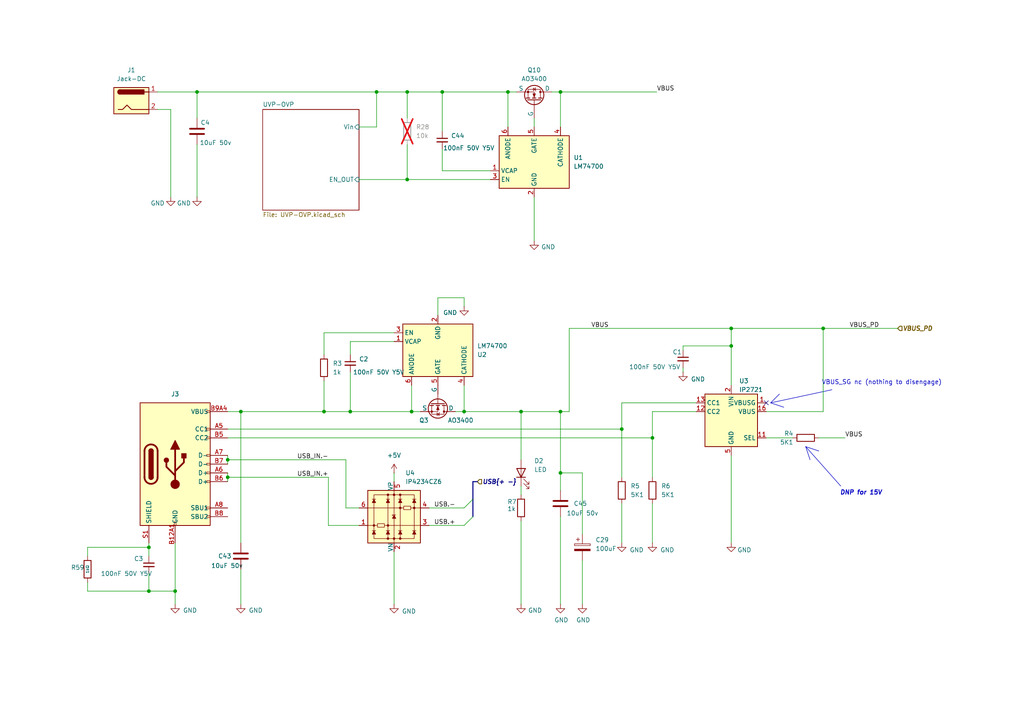
<source format=kicad_sch>
(kicad_sch (version 20231120) (generator "eeschema") (generator_version "8.0")
  (paper "A4")
  (title_block (title "USB") (date "2025-02-04") (rev "A") (company "Artem Horiunov") (comment 1 "DESIGNED IN POLAND"))
  (lib_symbols
    (symbol "Connector:Jack-DC" (pin_names (offset 1.016))
      (property "Reference" "J" (at 0 5.334 0))
      (property "Value" "Jack-DC" (at 0 -5.08 0))
      (symbol "Jack-DC_0_1"
        (rectangle (start -5.08 3.81) (end 5.08 -3.81) (stroke (width 0.254)) (fill (type background)))
        (arc (start -3.302 3.175) (mid -3.9343 2.54) (end -3.302 1.905) (stroke (width 0.254)))
        (arc (start -3.302 3.175) (mid -3.9343 2.54) (end -3.302 1.905) (stroke (width 0.254)) (fill (type outline)))
        (polyline (pts (xy 5.08 2.54) (xy 3.81 2.54)) (stroke (width 0.254)))
        (polyline (pts (xy -3.81 -2.54) (xy -2.54 -2.54) (xy -1.27 -1.27) (xy 0 -2.54) (xy 2.54 -2.54) (xy 5.08 -2.54)) (stroke (width 0.254)))
        (rectangle (start 3.683 3.175) (end -3.302 1.905) (stroke (width 0.254)) (fill (type outline)))
      )
      (symbol "Jack-DC_1_1"
        (pin passive line (at 7.62 2.54 180) (length 2.54) (name "~") (number "1"))
        (pin passive line (at 7.62 -2.54 180) (length 2.54) (name "~") (number "2"))
      )
    )
    (symbol "Device:C" (pin_numbers hide) (pin_names (offset 0.254))
      (property "Reference" "C" (at 0.635 2.54 0))
      (property "Value" "C" (at 0.635 -2.54 0))
      (symbol "C_0_1"
        (polyline (pts (xy -2.032 -0.762) (xy 2.032 -0.762)) (stroke (width 0.508)))
        (polyline (pts (xy -2.032 0.762) (xy 2.032 0.762)) (stroke (width 0.508)))
      )
      (symbol "C_1_1"
        (pin passive line (at 0 3.81 270) (length 2.794) (name "~") (number "1"))
        (pin passive line (at 0 -3.81 90) (length 2.794) (name "~") (number "2"))
      )
    )
    (symbol "Device:C_Polarized" (pin_numbers hide) (pin_names (offset 0.254))
      (property "Reference" "C" (at 0.635 2.54 0))
      (property "Value" "C_Polarized" (at 0.635 -2.54 0))
      (symbol "C_Polarized_0_1"
        (rectangle (start -2.286 0.508) (end 2.286 1.016))
        (polyline (pts (xy -1.778 2.286) (xy -0.762 2.286)))
        (polyline (pts (xy -1.27 2.794) (xy -1.27 1.778)))
        (rectangle (start 2.286 -0.508) (end -2.286 -1.016) (fill (type outline)))
      )
      (symbol "C_Polarized_1_1"
        (pin passive line (at 0 3.81 270) (length 2.794) (name "~") (number "1"))
        (pin passive line (at 0 -3.81 90) (length 2.794) (name "~") (number "2"))
      )
    )
    (symbol "Device:C_Small" (pin_numbers hide) (pin_names (offset 0.254) hide)
      (property "Reference" "C" (at 0.254 1.778 0))
      (property "Value" "C_Small" (at 0.254 -2.032 0))
      (symbol "C_Small_0_1"
        (polyline (pts (xy -1.524 -0.508) (xy 1.524 -0.508)) (stroke (width 0.3302)))
        (polyline (pts (xy -1.524 0.508) (xy 1.524 0.508)) (stroke (width 0.3048)))
      )
      (symbol "C_Small_1_1"
        (pin passive line (at 0 2.54 270) (length 2.032) (name "~") (number "1"))
        (pin passive line (at 0 -2.54 90) (length 2.032) (name "~") (number "2"))
      )
    )
    (symbol "Device:LED" (pin_numbers hide) (pin_names (offset 1.016) hide)
      (property "Reference" "D" (at 0 2.54 0))
      (property "Value" "LED" (at 0 -2.54 0))
      (symbol "LED_0_1"
        (polyline (pts (xy -1.27 -1.27) (xy -1.27 1.27)) (stroke (width 0.254)))
        (polyline (pts (xy -1.27 0) (xy 1.27 0)))
        (polyline (pts (xy 1.27 -1.27) (xy 1.27 1.27) (xy -1.27 0) (xy 1.27 -1.27)) (stroke (width 0.254)))
        (polyline (pts (xy -3.048 -0.762) (xy -4.572 -2.286) (xy -3.81 -2.286) (xy -4.572 -2.286) (xy -4.572 -1.524)))
        (polyline (pts (xy -1.778 -0.762) (xy -3.302 -2.286) (xy -2.54 -2.286) (xy -3.302 -2.286) (xy -3.302 -1.524)))
      )
      (symbol "LED_1_1"
        (pin passive line (at -3.81 0 0) (length 2.54) (name "K") (number "1"))
        (pin passive line (at 3.81 0 180) (length 2.54) (name "A") (number "2"))
      )
    )
    (symbol "Device:R" (pin_numbers hide) (pin_names (offset 0))
      (property "Reference" "R" (at 2.032 0 90))
      (property "Value" "R" (at 0 0 90))
      (symbol "R_0_1"
        (rectangle (start -1.016 -2.54) (end 1.016 2.54) (stroke (width 0.254)))
      )
      (symbol "R_1_1"
        (pin passive line (at 0 3.81 270) (length 1.27) (name "~") (number "1"))
        (pin passive line (at 0 -3.81 90) (length 1.27) (name "~") (number "2"))
      )
    )
    (symbol "Interface_USB:IP2721"
      (property "Reference" "U" (at 5.08 -10.16 0))
      (property "Value" "IP2721" (at 7.62 -12.7 0))
      (symbol "IP2721_0_1"
        (rectangle (start -7.62 7.62) (end 7.62 -7.62) (stroke (width 0.254)) (fill (type background)))
      )
      (symbol "IP2721_1_1"
        (pin output line (at 10.16 5.08 180) (length 2.54) (name "VBUSG") (number "1"))
        (pin no_connect line (at -2.54 -7.62 90) (length 2.54) hide (name "NC") (number "10"))
        (pin input line (at 10.16 -5.08 180) (length 2.54) (name "SEL") (number "11"))
        (pin bidirectional line (at -10.16 2.54 0) (length 2.54) (name "CC2") (number "12"))
        (pin bidirectional line (at -10.16 5.08 0) (length 2.54) (name "CC1") (number "13"))
        (pin no_connect line (at 2.54 -7.62 90) (length 2.54) hide (name "NC") (number "14"))
        (pin no_connect line (at 5.08 -7.62 90) (length 2.54) hide (name "NC") (number "15"))
        (pin input line (at 10.16 2.54 180) (length 2.54) (name "VBUS") (number "16"))
        (pin power_in line (at 0 10.16 270) (length 2.54) (name "VIN") (number "2"))
        (pin no_connect line (at -5.08 7.62 270) (length 2.54) hide (name "NC") (number "3"))
        (pin no_connect line (at -7.62 -2.54 0) (length 2.54) hide (name "NC") (number "4"))
        (pin power_in line (at 0 -10.16 90) (length 2.54) (name "GND") (number "5"))
        (pin no_connect line (at -2.54 7.62 270) (length 2.54) hide (name "NC") (number "6"))
        (pin no_connect line (at 2.54 7.62 270) (length 2.54) hide (name "NC") (number "7"))
        (pin no_connect line (at 5.08 7.62 270) (length 2.54) hide (name "NC") (number "8"))
        (pin no_connect line (at -5.08 -7.62 90) (length 2.54) hide (name "NC") (number "9"))
      )
    )
    (symbol "PCM_JLCPCB-Extended:Connector, USB-TYPE-C-16P"
      (property "Reference" "J" (at 2.54 2.54 0))
      (symbol "Connector, USB-TYPE-C-16P_0_0"
        (rectangle (start -0.254 -17.78) (end 0.254 -16.764))
        (rectangle (start 10.16 -14.986) (end 9.144 -15.494))
        (rectangle (start 10.16 -12.446) (end 9.144 -12.954))
        (rectangle (start 10.16 -4.826) (end 9.144 -5.334))
        (rectangle (start 10.16 -2.286) (end 9.144 -2.794))
        (rectangle (start 10.16 0.254) (end 9.144 -0.254))
        (rectangle (start 10.16 2.794) (end 9.144 2.286))
        (rectangle (start 10.16 7.874) (end 9.144 7.366))
        (rectangle (start 10.16 10.414) (end 9.144 9.906))
        (rectangle (start 10.16 15.494) (end 9.144 14.986))
      )
      (symbol "Connector, USB-TYPE-C-16P_0_1"
        (rectangle (start -10.16 17.78) (end 10.16 -17.78) (stroke (width 0.254)) (fill (type background)))
        (arc (start -8.89 -3.81) (mid -6.985 -5.7067) (end -5.08 -3.81) (stroke (width 0.508)))
        (arc (start -7.62 -3.81) (mid -6.985 -4.4423) (end -6.35 -3.81) (stroke (width 0.254)))
        (arc (start -7.62 -3.81) (mid -6.985 -4.4423) (end -6.35 -3.81) (stroke (width 0.254)) (fill (type outline)))
        (rectangle (start -7.62 -3.81) (end -6.35 3.81) (stroke (width 0.254)) (fill (type outline)))
        (arc (start -6.35 3.81) (mid -6.985 4.4423) (end -7.62 3.81) (stroke (width 0.254)))
        (arc (start -6.35 3.81) (mid -6.985 4.4423) (end -7.62 3.81) (stroke (width 0.254)) (fill (type outline)))
        (arc (start -5.08 3.81) (mid -6.985 5.7067) (end -8.89 3.81) (stroke (width 0.508)))
        (circle (center -2.54 1.143) (radius 0.635) (stroke (width 0.254)) (fill (type outline)))
        (circle (center 0 -5.842) (radius 1.27) (fill (type outline)))
        (polyline (pts (xy -8.89 -3.81) (xy -8.89 3.81)) (stroke (width 0.508)))
        (polyline (pts (xy -5.08 3.81) (xy -5.08 -3.81)) (stroke (width 0.508)))
        (polyline (pts (xy 0 -5.842) (xy 0 4.318)) (stroke (width 0.508)))
        (polyline (pts (xy 0 -3.302) (xy -2.54 -0.762) (xy -2.54 0.508)) (stroke (width 0.508)))
        (polyline (pts (xy 0 -2.032) (xy 2.54 0.508) (xy 2.54 1.778)) (stroke (width 0.508)))
        (polyline (pts (xy -1.27 4.318) (xy 0 6.858) (xy 1.27 4.318) (xy -1.27 4.318)) (stroke (width 0.254)) (fill (type outline)))
        (rectangle (start 1.905 1.778) (end 3.175 3.048) (stroke (width 0.254)) (fill (type outline)))
      )
      (symbol "Connector, USB-TYPE-C-16P_1_1"
        (pin passive line (at 0 -22.86 90) (length 5.08) hide (name "GND") (number "A12B1"))
        (pin bidirectional line (at 15.24 10.16 180) (length 5.08) (name "CC1") (number "A5"))
        (pin bidirectional line (at 15.24 -2.54 180) (length 5.08) (name "D+") (number "A6"))
        (pin bidirectional line (at 15.24 2.54 180) (length 5.08) (name "D-") (number "A7"))
        (pin bidirectional line (at 15.24 -12.7 180) (length 5.08) (name "SBU1") (number "A8"))
        (pin passive line (at 15.24 15.24 180) (length 5.08) hide (name "VBUS") (number "A9B4"))
        (pin passive line (at 0 -22.86 90) (length 5.08) (name "GND") (number "B12A1"))
        (pin bidirectional line (at 15.24 7.62 180) (length 5.08) (name "CC2") (number "B5"))
        (pin bidirectional line (at 15.24 -5.08 180) (length 5.08) (name "D+") (number "B6"))
        (pin bidirectional line (at 15.24 0 180) (length 5.08) (name "D-") (number "B7"))
        (pin bidirectional line (at 15.24 -15.24 180) (length 5.08) (name "SBU2") (number "B8"))
        (pin passive line (at 15.24 15.24 180) (length 5.08) (name "VBUS") (number "B9A4"))
        (pin passive line (at -7.62 -22.86 90) (length 5.08) (name "SHIELD") (number "S1"))
      )
    )
    (symbol "PCM_JLCPCB-Resistors:0402,1kΩ" (pin_numbers hide) (pin_names (offset 0))
      (property "Reference" "R" (at 1.778 0 0))
      (property "Value" "1kΩ" (at 0 0 90))
      (symbol "0402,1kΩ_0_1"
        (rectangle (start -1.016 2.54) (end 1.016 -2.54) (stroke (width 0.254)))
      )
      (symbol "0402,1kΩ_1_1"
        (pin passive line (at 0 3.81 270) (length 1.27) (name "~") (number "1"))
        (pin passive line (at 0 -3.81 90) (length 1.27) (name "~") (number "2"))
      )
    )
    (symbol "Power_Management:LM74700"
      (property "Reference" "U" (at -9.525 -8.89 0))
      (property "Value" "LM74700" (at 7.62 -8.89 0))
      (symbol "LM74700_0_1"
        (rectangle (start -10.16 7.62) (end 10.16 -7.62) (stroke (width 0.254)) (fill (type background)))
      )
      (symbol "LM74700_1_1"
        (pin passive line (at -12.7 -2.54 0) (length 2.54) (name "VCAP") (number "1"))
        (pin power_in line (at 0 -10.16 90) (length 2.54) (name "GND") (number "2"))
        (pin input line (at -12.7 -5.08 0) (length 2.54) (name "EN") (number "3"))
        (pin input line (at 7.62 10.16 270) (length 2.54) (name "CATHODE") (number "4"))
        (pin output line (at 0 10.16 270) (length 2.54) (name "GATE") (number "5"))
        (pin power_in line (at -7.62 10.16 270) (length 2.54) (name "ANODE") (number "6"))
      )
    )
    (symbol "Power_Protection:IP4234CZ6" (pin_names (offset 0))
      (property "Reference" "U" (at -6.35 8.89 0))
      (property "Value" "IP4234CZ6" (at 2.794 8.89 0))
      (symbol "IP4234CZ6_0_0"
        (rectangle (start -5.842 6.35) (end 5.842 -6.35))
        (polyline (pts (xy -1.778 -6.35) (xy -1.778 6.35)))
        (polyline (pts (xy 1.778 6.35) (xy 1.778 -6.35)))
      )
      (symbol "IP4234CZ6_0_1"
        (rectangle (start -7.62 7.62) (end 7.62 -7.62) (stroke (width 0.254)) (fill (type background)))
        (circle (center -5.842 -2.54) (radius 0.2794) (fill (type outline)))
        (circle (center -1.778 -6.35) (radius 0.2794) (fill (type outline)))
        (circle (center -1.778 -2.54) (radius 0.2794) (fill (type outline)))
        (circle (center -1.778 6.35) (radius 0.2794) (fill (type outline)))
        (circle (center 0 -6.35) (radius 0.2794) (fill (type outline)))
        (polyline (pts (xy -7.62 -2.54) (xy -4.826 -2.54)))
        (polyline (pts (xy -7.62 2.54) (xy 2.794 2.54)))
        (polyline (pts (xy -5.334 -4.064) (xy -6.35 -4.064)))
        (polyline (pts (xy -5.334 5.08) (xy -6.35 5.08)))
        (polyline (pts (xy -1.27 -4.064) (xy -2.286 -4.064)))
        (polyline (pts (xy -1.27 5.08) (xy -2.286 5.08)))
        (polyline (pts (xy -0.508 0.508) (xy -0.508 0.254)))
        (polyline (pts (xy 0 7.62) (xy 0 -7.62)))
        (polyline (pts (xy 0.508 0.508) (xy -0.508 0.508)))
        (polyline (pts (xy 2.286 -4.064) (xy 1.27 -4.064)))
        (polyline (pts (xy 2.286 5.08) (xy 1.27 5.08)))
        (polyline (pts (xy 6.35 -4.064) (xy 5.334 -4.064)))
        (polyline (pts (xy 6.35 5.08) (xy 5.334 5.08)))
        (polyline (pts (xy 7.62 -2.54) (xy -2.794 -2.54)))
        (polyline (pts (xy 7.62 2.54) (xy 4.826 2.54)))
        (circle (center 0 6.35) (radius 0.2794) (fill (type outline)))
        (circle (center 1.778 -6.35) (radius 0.2794) (fill (type outline)))
        (circle (center 1.778 2.54) (radius 0.2794) (fill (type outline)))
        (circle (center 1.778 6.35) (radius 0.2794) (fill (type outline)))
        (circle (center 5.842 2.54) (radius 0.2794) (fill (type outline)))
      )
      (symbol "IP4234CZ6_1_1"
        (rectangle (start -4.826 -2.032) (end -2.794 -3.048))
        (polyline (pts (xy -5.334 -5.08) (xy -6.35 -5.08) (xy -5.842 -4.064) (xy -5.334 -5.08)) (fill (type outline)))
        (polyline (pts (xy -5.334 4.064) (xy -6.35 4.064) (xy -5.842 5.08) (xy -5.334 4.064)) (fill (type outline)))
        (polyline (pts (xy -1.27 -5.08) (xy -2.286 -5.08) (xy -1.778 -4.064) (xy -1.27 -5.08)) (fill (type outline)))
        (polyline (pts (xy -1.27 4.064) (xy -2.286 4.064) (xy -1.778 5.08) (xy -1.27 4.064)) (fill (type outline)))
        (polyline (pts (xy 0.508 -0.508) (xy -0.508 -0.508) (xy 0 0.508) (xy 0.508 -0.508)) (fill (type outline)))
        (polyline (pts (xy 2.286 -5.08) (xy 1.27 -5.08) (xy 1.778 -4.064) (xy 2.286 -5.08)) (fill (type outline)))
        (polyline (pts (xy 2.286 4.064) (xy 1.27 4.064) (xy 1.778 5.08) (xy 2.286 4.064)) (fill (type outline)))
        (polyline (pts (xy 6.35 -5.08) (xy 5.334 -5.08) (xy 5.842 -4.064) (xy 6.35 -5.08)) (fill (type outline)))
        (polyline (pts (xy 6.35 4.064) (xy 5.334 4.064) (xy 5.842 5.08) (xy 6.35 4.064)) (fill (type outline)))
        (rectangle (start 2.794 3.048) (end 4.826 2.032))
        (pin passive line (at -10.16 -2.54 0) (length 2.54) (name "") (number "1"))
        (pin passive line (at 0 -10.16 90) (length 2.54) (name "VN") (number "2"))
        (pin passive line (at 10.16 -2.54 180) (length 2.54) (name "") (number "3"))
        (pin passive line (at 10.16 2.54 180) (length 2.54) (name "") (number "4"))
        (pin passive line (at 0 10.16 270) (length 2.54) (name "VP") (number "5"))
        (pin passive line (at -10.16 2.54 0) (length 2.54) (name "") (number "6"))
      )
    )
    (symbol "Simulation_SPICE:NMOS" (pin_numbers hide) (pin_names (offset 0))
      (property "Reference" "Q1" (at 8.89 0 90))
      (property "Value" "AO3400" (at 6.35 0 90))
      (symbol "NMOS_0_1"
        (polyline (pts (xy 0.254 0) (xy -2.54 0)))
        (polyline (pts (xy 0.254 1.905) (xy 0.254 -1.905)) (stroke (width 0.254)))
        (polyline (pts (xy 0.762 -1.27) (xy 0.762 -2.286)) (stroke (width 0.254)))
        (polyline (pts (xy 0.762 0.508) (xy 0.762 -0.508)) (stroke (width 0.254)))
        (polyline (pts (xy 0.762 2.286) (xy 0.762 1.27)) (stroke (width 0.254)))
        (polyline (pts (xy 2.54 2.54) (xy 2.54 1.778)))
        (polyline (pts (xy 2.54 -2.54) (xy 2.54 0) (xy 0.762 0)))
        (polyline (pts (xy 0.762 -1.778) (xy 3.302 -1.778) (xy 3.302 1.778) (xy 0.762 1.778)))
        (polyline (pts (xy 1.016 0) (xy 2.032 0.381) (xy 2.032 -0.381) (xy 1.016 0)) (fill (type outline)))
        (polyline (pts (xy 2.794 0.508) (xy 2.921 0.381) (xy 3.683 0.381) (xy 3.81 0.254)))
        (polyline (pts (xy 3.302 0.381) (xy 2.921 -0.254) (xy 3.683 -0.254) (xy 3.302 0.381)))
        (circle (center 1.651 0) (radius 2.794) (stroke (width 0.254)))
        (circle (center 2.54 -1.778) (radius 0.254) (fill (type outline)))
        (circle (center 2.54 1.778) (radius 0.254) (fill (type outline)))
      )
      (symbol "NMOS_1_1"
        (pin input line (at -5.08 0 0) (length 2.54) (name "G") (number "1"))
        (pin passive line (at 2.54 5.08 270) (length 2.54) (name "D") (number "2"))
        (pin passive line (at 2.54 -5.08 90) (length 2.54) (name "S") (number "3"))
      )
    )
    (symbol "power:+5V" (power) (pin_numbers hide) (pin_names (offset 0) hide)
      (property "Value" "+5V" (at 0 3.556 0))
      (symbol "+5V_0_1"
        (polyline (pts (xy -0.762 1.27) (xy 0 2.54)))
        (polyline (pts (xy 0 0) (xy 0 2.54)))
        (polyline (pts (xy 0 2.54) (xy 0.762 1.27)))
      )
      (symbol "+5V_1_1"
        (pin power_in line (at 0 0 90) (length 0) (name "~") (number "1"))
      )
    )
    (symbol "power:GND" (power) (pin_numbers hide) (pin_names (offset 0) hide)
      (property "Value" "GND" (at 0 -3.81 0))
      (symbol "GND_0_1"
        (polyline (pts (xy 0 0) (xy 0 -1.27) (xy 1.27 -1.27) (xy 0 -2.54) (xy -1.27 -1.27) (xy 0 -1.27)))
      )
      (symbol "GND_1_1"
        (pin power_in line (at 0 0 270) (length 0) (name "~") (number "1"))
      )
    )
  )
  (junction (at 50.8 171.45))
  (junction (at 57.15 26.67))
  (junction (at 93.98 119.38))
  (junction (at 189.23 127))
  (junction (at 128.27 26.67))
  (junction (at 180.34 124.46))
  (junction (at 162.56 137.16))
  (junction (at 118.11 52.07))
  (junction (at 43.18 158.75))
  (junction (at 162.56 26.67))
  (junction (at 212.09 100.33))
  (junction (at 147.32 26.67))
  (junction (at 66.04 138.43))
  (junction (at 101.6 119.38))
  (junction (at 238.76 95.25))
  (junction (at 134.62 119.38))
  (junction (at 66.04 133.35))
  (junction (at 109.22 26.67))
  (junction (at 69.85 119.38))
  (junction (at 119.38 119.38))
  (junction (at 162.56 119.38))
  (junction (at 212.09 95.25))
  (junction (at 118.11 26.67))
  (junction (at 151.13 119.38))
  (junction (at 43.18 171.45))
  (no_connect (at 222.25 116.84))
  (bus_entry (at 134.62 152.4) (size 2.54 -2.54))
  (bus_entry (at 134.62 147.32) (size 2.54 -2.54))
  (wire (pts (xy 43.18 158.75) (xy 43.18 161.29)))
  (wire (pts (xy 114.3 99.06) (xy 101.6 99.06)))
  (wire (pts (xy 162.56 137.16) (xy 162.56 142.24)))
  (wire (pts (xy 93.98 110.49) (xy 93.98 119.38)))
  (polyline (pts (xy 233.68 129.54) (xy 243.84 140.97)))
  (wire (pts (xy 134.62 119.38) (xy 134.62 111.76)))
  (bus (pts (xy 138.43 139.7) (xy 137.16 139.7)))
  (wire (pts (xy 142.24 49.53) (xy 128.27 49.53)))
  (wire (pts (xy 154.94 34.29) (xy 154.94 36.83)))
  (wire (pts (xy 66.04 137.16) (xy 66.04 138.43)))
  (wire (pts (xy 147.32 26.67) (xy 149.86 26.67)))
  (wire (pts (xy 212.09 100.33) (xy 198.12 100.33)))
  (wire (pts (xy 162.56 26.67) (xy 190.5 26.67)))
  (wire (pts (xy 160.02 26.67) (xy 162.56 26.67)))
  (wire (pts (xy 124.46 152.4) (xy 134.62 152.4)))
  (wire (pts (xy 154.94 57.15) (xy 154.94 69.85)))
  (wire (pts (xy 189.23 127) (xy 189.23 138.43)))
  (wire (pts (xy 212.09 95.25) (xy 238.76 95.25)))
  (wire (pts (xy 66.04 138.43) (xy 66.04 139.7)))
  (wire (pts (xy 101.6 99.06) (xy 101.6 102.87)))
  (wire (pts (xy 180.34 138.43) (xy 180.34 124.46)))
  (wire (pts (xy 49.53 31.75) (xy 45.72 31.75)))
  (wire (pts (xy 151.13 140.97) (xy 151.13 143.51)))
  (wire (pts (xy 104.14 36.83) (xy 109.22 36.83)))
  (wire (pts (xy 151.13 119.38) (xy 162.56 119.38)))
  (wire (pts (xy 128.27 49.53) (xy 128.27 43.18)))
  (wire (pts (xy 212.09 132.08) (xy 212.09 157.48)))
  (wire (pts (xy 66.04 133.35) (xy 100.33 133.35)))
  (wire (pts (xy 49.53 31.75) (xy 49.53 57.15)))
  (wire (pts (xy 109.22 36.83) (xy 109.22 26.67)))
  (wire (pts (xy 93.98 119.38) (xy 101.6 119.38)))
  (wire (pts (xy 66.04 127) (xy 189.23 127)))
  (wire (pts (xy 119.38 119.38) (xy 119.38 111.76)))
  (wire (pts (xy 132.08 119.38) (xy 134.62 119.38)))
  (wire (pts (xy 100.33 147.32) (xy 100.33 133.35)))
  (polyline (pts (xy 223.52 116.84) (xy 241.3 113.03)))
  (wire (pts (xy 25.4 168.91) (xy 25.4 171.45)))
  (wire (pts (xy 114.3 160.02) (xy 114.3 175.26)))
  (wire (pts (xy 93.98 96.52) (xy 93.98 102.87)))
  (polyline (pts (xy 233.68 129.54) (xy 237.49 130.81)))
  (wire (pts (xy 128.27 26.67) (xy 147.32 26.67)))
  (wire (pts (xy 114.3 137.16) (xy 114.3 139.7)))
  (wire (pts (xy 104.14 147.32) (xy 100.33 147.32)))
  (wire (pts (xy 165.1 95.25) (xy 212.09 95.25)))
  (wire (pts (xy 147.32 26.67) (xy 147.32 36.83)))
  (polyline (pts (xy 233.68 129.54) (xy 234.95 133.35)))
  (wire (pts (xy 95.25 152.4) (xy 95.25 138.43)))
  (wire (pts (xy 189.23 119.38) (xy 201.93 119.38)))
  (wire (pts (xy 134.62 86.36) (xy 127 86.36)))
  (wire (pts (xy 66.04 124.46) (xy 180.34 124.46)))
  (wire (pts (xy 162.56 26.67) (xy 162.56 36.83)))
  (wire (pts (xy 57.15 41.91) (xy 57.15 57.15)))
  (wire (pts (xy 69.85 165.1) (xy 69.85 175.26)))
  (wire (pts (xy 198.12 106.68) (xy 198.12 107.95)))
  (wire (pts (xy 43.18 166.37) (xy 43.18 171.45)))
  (wire (pts (xy 237.49 127) (xy 245.11 127)))
  (wire (pts (xy 238.76 95.25) (xy 260.35 95.25)))
  (bus (pts (xy 137.16 144.78) (xy 137.16 139.7)))
  (wire (pts (xy 66.04 132.08) (xy 66.04 133.35)))
  (wire (pts (xy 168.91 137.16) (xy 162.56 137.16)))
  (wire (pts (xy 66.04 138.43) (xy 95.25 138.43)))
  (wire (pts (xy 25.4 171.45) (xy 43.18 171.45)))
  (wire (pts (xy 222.25 119.38) (xy 238.76 119.38)))
  (wire (pts (xy 25.4 161.29) (xy 25.4 158.75)))
  (wire (pts (xy 212.09 95.25) (xy 212.09 100.33)))
  (wire (pts (xy 127 86.36) (xy 127 91.44)))
  (wire (pts (xy 101.6 119.38) (xy 101.6 107.95)))
  (bus (pts (xy 137.16 149.86) (xy 137.16 144.78)))
  (wire (pts (xy 109.22 26.67) (xy 118.11 26.67)))
  (wire (pts (xy 50.8 157.48) (xy 50.8 171.45)))
  (wire (pts (xy 189.23 146.05) (xy 189.23 157.48)))
  (wire (pts (xy 101.6 119.38) (xy 119.38 119.38)))
  (wire (pts (xy 151.13 119.38) (xy 151.13 133.35)))
  (wire (pts (xy 162.56 149.86) (xy 162.56 175.26)))
  (wire (pts (xy 212.09 100.33) (xy 212.09 111.76)))
  (wire (pts (xy 104.14 52.07) (xy 118.11 52.07)))
  (wire (pts (xy 238.76 95.25) (xy 238.76 119.38)))
  (wire (pts (xy 43.18 171.45) (xy 50.8 171.45)))
  (wire (pts (xy 66.04 133.35) (xy 66.04 134.62)))
  (wire (pts (xy 134.62 119.38) (xy 151.13 119.38)))
  (wire (pts (xy 118.11 52.07) (xy 142.24 52.07)))
  (wire (pts (xy 162.56 119.38) (xy 162.56 137.16)))
  (wire (pts (xy 134.62 88.9) (xy 134.62 86.36)))
  (wire (pts (xy 43.18 158.75) (xy 43.18 157.48)))
  (wire (pts (xy 198.12 100.33) (xy 198.12 101.6)))
  (wire (pts (xy 45.72 26.67) (xy 57.15 26.67)))
  (wire (pts (xy 165.1 95.25) (xy 165.1 119.38)))
  (wire (pts (xy 57.15 26.67) (xy 57.15 34.29)))
  (wire (pts (xy 168.91 162.56) (xy 168.91 175.26)))
  (wire (pts (xy 118.11 26.67) (xy 118.11 34.29)))
  (wire (pts (xy 118.11 26.67) (xy 128.27 26.67)))
  (wire (pts (xy 114.3 96.52) (xy 93.98 96.52)))
  (wire (pts (xy 119.38 119.38) (xy 121.92 119.38)))
  (wire (pts (xy 69.85 119.38) (xy 93.98 119.38)))
  (wire (pts (xy 168.91 154.94) (xy 168.91 137.16)))
  (polyline (pts (xy 223.52 116.84) (xy 226.06 114.3)))
  (wire (pts (xy 57.15 26.67) (xy 109.22 26.67)))
  (wire (pts (xy 222.25 127) (xy 229.87 127)))
  (wire (pts (xy 66.04 119.38) (xy 69.85 119.38)))
  (wire (pts (xy 118.11 41.91) (xy 118.11 52.07)))
  (wire (pts (xy 50.8 171.45) (xy 50.8 175.26)))
  (wire (pts (xy 151.13 175.26) (xy 151.13 151.13)))
  (wire (pts (xy 162.56 119.38) (xy 165.1 119.38)))
  (wire (pts (xy 25.4 158.75) (xy 43.18 158.75)))
  (wire (pts (xy 124.46 147.32) (xy 134.62 147.32)))
  (polyline (pts (xy 223.52 116.84) (xy 227.33 118.11)))
  (wire (pts (xy 180.34 116.84) (xy 201.93 116.84)))
  (wire (pts (xy 180.34 146.05) (xy 180.34 157.48)))
  (wire (pts (xy 128.27 26.67) (xy 128.27 38.1)))
  (wire (pts (xy 104.14 152.4) (xy 95.25 152.4)))
  (wire (pts (xy 69.85 157.48) (xy 69.85 119.38)))
  (wire (pts (xy 189.23 119.38) (xy 189.23 127)))
  (wire (pts (xy 180.34 124.46) (xy 180.34 116.84)))
  (text "VBUS_SG nc (nothing to disengage)" (at 255.778 110.998 0) (effects (font (size 1.27 1.27))))
  (text "DNP for 15V" (at 243.586 143.002 0) (effects (font (size 1.27 1.27) (bold yes) (italic yes)) (justify left)))
  (label "VBUS" (at 190.5 26.67 0))
  (label "USB.+" (at 132.08 152.4 180))
  (label "USB.-" (at 132.08 147.32 180))
  (label "VBUS" (at 245.11 127 0))
  (label "VBUS_PD" (at 246.38 95.25 0))
  (label "USB_IN.+" (at 95.25 138.43 180))
  (label "VBUS" (at 171.45 95.25 0))
  (label "USB_IN.-" (at 95.25 133.35 180))
  (hierarchical_label "VBUS_PD" (shape input) (at 260.35 95.25 0) (effects (font (bold yes) (italic yes))))
  (hierarchical_label "USB{+ -}" (shape input) (at 138.43 139.7 0) (effects (font (thickness 0.254) (bold yes) (italic yes))))
  (symbol (lib_id "power:GND") (at 212.09 157.48 0) (unit 1)
    (property "Reference" "#PWR012" (effects (hide yes)))
    (property "Value" "GND" (at 215.9 159.512 0))
    (property "Description" "Power symbol creates a global label with name \"GND\" , ground" (effects (hide yes)))
  )
  (symbol (lib_id "Device:LED") (at 151.13 137.16 90) (unit 1)
    (property "Reference" "D2" (at 154.94 133.6675 90) (effects (justify right)))
    (property "Value" "LED" (at 154.94 136.2075 90) (effects (justify right)))
    (property "Footprint" "Diode_SMD:D_0603_1608Metric" (effects (hide yes)))
    (property "Description" "Light emitting diode" (effects (hide yes)))
  )
  (symbol (lib_id "power:GND") (at 162.56 175.26 0) (unit 1)
    (property "Reference" "#PWR09" (effects (hide yes)))
    (property "Value" "GND" (at 162.814 179.832 0))
    (property "Description" "Power symbol creates a global label with name \"GND\" , ground" (effects (hide yes)))
  )
  (symbol (lib_id "Interface_USB:IP2721") (at 212.09 121.92 0) (unit 1)
    (property "Reference" "U3" (at 214.376 110.49 0) (effects (justify left)))
    (property "Value" "IP2721" (at 214.376 113.03 0) (effects (justify left)))
    (property "Footprint" "Package_SO:TSSOP-16_4.4x5mm_P0.65mm" (effects (hide yes)))
    (property "Datasheet" "https://datasheet.lcsc.com/lcsc/2006111335_INJOINIC-IP2721_C603176.pdf" (effects (hide yes)))
    (property "Description" "USB TYPEC  PD Controller Interface, TSSOP-16" (effects (hide yes)))
  )
  (symbol (lib_id "Device:C") (at 69.85 161.29 0) (unit 1)
    (property "Reference" "C43" (at 63.246 161.29 0) (effects (justify left)))
    (property "Value" "10uF 50v" (at 61.214 164.084 0) (effects (justify left)))
    (property "Footprint" "Capacitor_SMD:C_0805_2012Metric" (effects (hide yes)))
    (property "Description" "Unpolarized capacitor" (effects (hide yes)))
  )
  (symbol (lib_id "Device:R") (at 233.68 127 90) (unit 1)
    (property "Reference" "R4" (at 230.124 125.73 90) (effects (justify left)))
    (property "Value" "5K1" (at 230.124 128.27 90) (effects (justify left)))
    (property "Footprint" "Resistor_SMD:R_0402_1005Metric" (effects (hide yes)))
    (property "Description" "Resistor" (effects (hide yes)))
  )
  (symbol (lib_id "Device:R") (at 189.23 142.24 0) (unit 1)
    (property "Reference" "R6" (at 191.77 140.9699 0) (effects (justify left)))
    (property "Value" "5K1" (at 191.77 143.5099 0) (effects (justify left)))
    (property "Footprint" "Resistor_SMD:R_0402_1005Metric" (effects (hide yes)))
    (property "Description" "Resistor" (effects (hide yes)))
  )
  (symbol (lib_id "power:GND") (at 151.13 175.26 0) (unit 1)
    (property "Reference" "#PWR08" (effects (hide yes)))
    (property "Value" "GND" (at 155.194 177.038 0))
    (property "Description" "Power symbol creates a global label with name \"GND\" , ground" (effects (hide yes)))
  )
  (symbol (lib_id "Device:R") (at 118.11 38.1 0) (unit 1) (dnp yes)
    (property "Reference" "R28" (at 120.65 36.8299 0) (effects (justify left)))
    (property "Value" "10k" (at 120.65 39.3699 0) (effects (justify left)))
    (property "Footprint" "Resistor_SMD:R_0402_1005Metric" (effects (hide yes)))
    (property "Description" "Resistor" (effects (hide yes)))
  )
  (symbol (lib_id "Device:C") (at 57.15 38.1 0) (unit 1)
    (property "Reference" "C4" (at 58.166 35.56 0) (effects (justify left)))
    (property "Value" "10uF 50v" (at 57.912 41.402 0) (effects (justify left)))
    (property "Footprint" "Capacitor_SMD:C_0805_2012Metric" (effects (hide yes)))
    (property "Description" "Unpolarized capacitor" (effects (hide yes)))
  )
  (symbol (lib_id "power:GND") (at 49.53 57.15 0) (unit 1)
    (property "Reference" "#PWR01" (effects (hide yes)))
    (property "Value" "GND" (at 45.72 58.928 0))
    (property "Description" "Power symbol creates a global label with name \"GND\" , ground" (effects (hide yes)))
  )
  (symbol (lib_id "Connector:Jack-DC") (at 38.1 29.21 0) (unit 1)
    (property "Reference" "J1" (at 38.1 20.32 0))
    (property "Value" "Jack-DC" (at 38.1 22.86 0))
    (property "Footprint" "Connector_BarrelJack:BarrelJack_Kycon_KLDX-0202-xC_Horizontal" (effects (hide yes)))
    (property "Description" "DC Barrel Jack" (effects (hide yes)))
  )
  (symbol (lib_id "Device:C") (at 162.56 146.05 0) (unit 1)
    (property "Reference" "C45" (at 166.37 146.05 0) (effects (justify left)))
    (property "Value" "10uF 50v" (at 164.338 148.844 0) (effects (justify left)))
    (property "Footprint" "Capacitor_SMD:C_0805_2012Metric" (effects (hide yes)))
    (property "Description" "Unpolarized capacitor" (effects (hide yes)))
  )
  (symbol (lib_id "PCM_JLCPCB-Resistors:0402,1kΩ") (at 25.4 165.1 0) (unit 1)
    (property "Reference" "R59" (at 20.574 164.592 0) (effects (justify left)))
    (property "Value" "1kΩ" (at 25.4 165.1 90) (effects (font (size 0.8 0.8))))
    (property "Footprint" "PCM_JLCPCB:R_0402" (effects (hide yes)))
    (property "Datasheet" "https://www.lcsc.com/datasheet/lcsc_datasheet_2206010216_UNI-ROYAL-Uniroyal-Elec-0402WGF1001TCE_C11702.pdf" (effects (hide yes)))
    (property "Description" "62.5mW Thick Film Resistors 50V ±100ppm/°C ±1% 1kΩ 0402 Chip Resistor - Surface Mount ROHS" (effects (hide yes)))
    (property "LCSC" "C11702" (effects (hide yes)))
    (property "Stock" "10672962" (effects (hide yes)))
    (property "Price" "0.004USD" (effects (hide yes)))
    (property "Process" "SMT" (effects (hide yes)))
    (property "Minimum Qty" "20" (effects (hide yes)))
    (property "Attrition Qty" "10" (effects (hide yes)))
    (property "Class" "Basic Component" (effects (hide yes)))
    (property "Category" "Resistors,Chip Resistor - Surface Mount" (effects (hide yes)))
    (property "Manufacturer" "UNI-ROYAL(Uniroyal Elec)" (effects (hide yes)))
    (property "Part" "0402WGF1001TCE" (effects (hide yes)))
    (property "Resistance" "1kΩ" (effects (hide yes)))
    (property "Power(Watts)" "62.5mW" (effects (hide yes)))
    (property "Type" "Thick Film Resistors" (effects (hide yes)))
    (property "Overload Voltage (Max)" "50V" (effects (hide yes)))
    (property "Operating Temperature Range" "-55°C~+155°C" (effects (hide yes)))
    (property "Tolerance" "±1%" (effects (hide yes)))
    (property "Temperature Coefficient" "±100ppm/°C" (effects (hide yes)))
  )
  (symbol (lib_id "power:GND") (at 50.8 175.26 0) (unit 1)
    (property "Reference" "#PWR013" (effects (hide yes)))
    (property "Value" "GND" (at 55.118 177.038 0))
    (property "Description" "Power symbol creates a global label with name \"GND\" , ground" (effects (hide yes)))
  )
  (symbol (lib_id "power:GND") (at 189.23 157.48 0) (unit 1)
    (property "Reference" "#PWR011" (effects (hide yes)))
    (property "Value" "GND" (at 193.548 159.512 0))
    (property "Description" "Power symbol creates a global label with name \"GND\" , ground" (effects (hide yes)))
  )
  (symbol (lib_id "Simulation_SPICE:NMOS") (at 154.94 29.21 270) (mirror x) (unit 1)
    (property "Reference" "Q10" (at 154.94 20.32 90))
    (property "Value" "AO3400" (at 154.94 22.86 90))
    (property "Footprint" "Package_TO_SOT_SMD:SOT-23" (effects (hide yes)))
    (property "Datasheet" "https://ngspice.sourceforge.io/docs/ngspice-html-manual/manual.xhtml#cha_MOSFETs" (effects (hide yes)))
    (property "Description" "N-MOSFET transistor, drain/source/gate" (effects (hide yes)))
    (property "Sim.Device" "NMOS" (effects (hide yes)))
    (property "Sim.Type" "VDMOS" (effects (hide yes)))
    (property "Sim.Pins" "1=D 2=G 3=S" (effects (hide yes)))
  )
  (symbol (lib_id "Power_Management:LM74700") (at 154.94 46.99 0) (unit 1)
    (property "Reference" "U1" (at 166.37 45.72 0) (effects (justify left)))
    (property "Value" "LM74700" (at 166.37 48.26 0) (effects (justify left)))
    (property "Footprint" "Package_TO_SOT_SMD:SOT-23-6" (effects (hide yes)))
    (property "Datasheet" "http://www.ti.com/lit/gpn/LM74700-Q1" (effects (hide yes)))
    (property "Description" "Low Iq reverse battery protection ideal diode controller, SOT-23-6" (effects (hide yes)))
  )
  (symbol (lib_id "Device:R") (at 151.13 147.32 0) (unit 1)
    (property "Reference" "R7" (at 149.86 145.542 0) (effects (justify right)))
    (property "Value" "1k" (at 149.606 147.574 0) (effects (justify right)))
    (property "Footprint" "Resistor_SMD:R_0402_1005Metric" (effects (hide yes)))
    (property "Description" "Resistor" (effects (hide yes)))
  )
  (symbol (lib_id "power:GND") (at 168.91 175.26 0) (unit 1)
    (property "Reference" "#PWR069" (effects (hide yes)))
    (property "Value" "GND" (at 169.164 179.832 0))
    (property "Description" "Power symbol creates a global label with name \"GND\" , ground" (effects (hide yes)))
  )
  (symbol (lib_id "Device:C_Small") (at 43.18 163.83 0) (unit 1)
    (property "Reference" "C3" (at 38.862 162.052 0) (effects (justify left)))
    (property "Value" "100nF 50V Y5V" (at 29.21 166.37 0) (effects (justify left)))
    (property "Footprint" "Capacitor_SMD:C_0402_1005Metric" (effects (hide yes)))
    (property "Description" "Unpolarized capacitor, small symbol" (effects (hide yes)))
  )
  (symbol (lib_id "Device:C_Small") (at 101.6 105.41 0) (unit 1)
    (property "Reference" "C2" (at 104.14 104.1462 0) (effects (justify left)))
    (property "Value" "100nF 50V Y5V" (at 102.362 107.95 0) (effects (justify left)))
    (property "Footprint" "Capacitor_SMD:C_0402_1005Metric" (effects (hide yes)))
    (property "Description" "Unpolarized capacitor, small symbol" (effects (hide yes)))
  )
  (symbol (lib_id "power:+5V") (at 114.3 137.16 0) (unit 1)
    (property "Reference" "#PWR06" (effects (hide yes)))
    (property "Value" "+5V" (at 114.3 132.08 0))
    (property "Description" "Power symbol creates a global label with name \"+5V\"" (effects (hide yes)))
  )
  (symbol (lib_id "power:GND") (at 154.94 69.85 0) (unit 1)
    (property "Reference" "#PWR04" (effects (hide yes)))
    (property "Value" "GND" (at 159.004 71.628 0))
    (property "Description" "Power symbol creates a global label with name \"GND\" , ground" (effects (hide yes)))
  )
  (symbol (lib_id "power:GND") (at 180.34 157.48 0) (unit 1)
    (property "Reference" "#PWR010" (effects (hide yes)))
    (property "Value" "GND" (at 184.658 159.512 0))
    (property "Description" "Power symbol creates a global label with name \"GND\" , ground" (effects (hide yes)))
  )
  (symbol (lib_id "Device:C_Polarized") (at 168.91 158.75 0) (unit 1)
    (property "Reference" "C29" (at 172.72 156.591 0) (effects (justify left)))
    (property "Value" "100uF" (at 172.72 159.131 0) (effects (justify left)))
    (property "Footprint" "Capacitor_SMD:CP_Elec_6.3x5.4" (effects (hide yes)))
    (property "Description" "Polarized capacitor" (effects (hide yes)))
  )
  (symbol (lib_id "Simulation_SPICE:NMOS") (at 127 116.84 270) (unit 1)
    (property "Reference" "Q3" (at 122.936 121.92 90))
    (property "Value" "AO3400" (at 133.604 121.92 90))
    (property "Footprint" "Package_TO_SOT_SMD:SOT-23" (effects (hide yes)))
    (property "Datasheet" "https://ngspice.sourceforge.io/docs/ngspice-html-manual/manual.xhtml#cha_MOSFETs" (effects (hide yes)))
    (property "Description" "N-MOSFET transistor, drain/source/gate" (effects (hide yes)))
    (property "Sim.Device" "NMOS" (effects (hide yes)))
    (property "Sim.Type" "VDMOS" (effects (hide yes)))
    (property "Sim.Pins" "1=D 2=G 3=S" (effects (hide yes)))
  )
  (symbol (lib_id "PCM_JLCPCB-Extended:Connector, USB-TYPE-C-16P") (at 50.8 134.62 0) (unit 1)
    (property "Reference" "J3" (at 50.8 114.3 0))
    (property "Value" "Connector, USB-TYPE-C-16P" (effects (hide yes)))
    (property "Footprint" "PCM_JLCPCB:TYPE-C-SMD_HX-TYPE-C-16PIN" (effects (hide yes)))
    (property "Datasheet" "https://atta.szlcsc.com/upload/public/pdf/source/20220920/0EF8F885FCCEA71F60E9E85152155021.pdf" (effects (hide yes)))
    (property "Description" "3A 1 Horizontal attachment 16P Female -25℃~+85℃ Type-C SMD USB Connectors ROHS" (effects (hide yes)))
    (property "LCSC" "C2927039" (effects (hide yes)))
  )
  (symbol (lib_id "power:GND") (at 134.62 88.9 0) (mirror y) (unit 1)
    (property "Reference" "#PWR05" (effects (hide yes)))
    (property "Value" "GND" (at 130.556 90.678 0))
    (property "Description" "Power symbol creates a global label with name \"GND\" , ground" (effects (hide yes)))
  )
  (symbol (lib_id "Power_Management:LM74700") (at 127 101.6 0) (mirror x) (unit 1)
    (property "Reference" "U2" (at 138.43 102.87 0) (effects (justify left)))
    (property "Value" "LM74700" (at 138.43 100.33 0) (effects (justify left)))
    (property "Footprint" "Package_TO_SOT_SMD:SOT-23-6" (effects (hide yes)))
    (property "Datasheet" "http://www.ti.com/lit/gpn/LM74700-Q1" (effects (hide yes)))
    (property "Description" "Low Iq reverse battery protection ideal diode controller, SOT-23-6" (effects (hide yes)))
  )
  (symbol (lib_id "power:GND") (at 198.12 107.95 0) (unit 1)
    (property "Reference" "#PWR092" (effects (hide yes)))
    (property "Value" "GND" (at 202.438 109.982 0))
    (property "Description" "Power symbol creates a global label with name \"GND\" , ground" (effects (hide yes)))
  )
  (symbol (lib_id "Power_Protection:IP4234CZ6") (at 114.3 149.86 0) (unit 1)
    (property "Reference" "U4" (at 117.5751 137.16 0) (effects (justify left)))
    (property "Value" "IP4234CZ6" (at 117.5751 139.7 0) (effects (justify left)))
    (property "Footprint" "Package_TO_SOT_SMD:SC-74-6_1.55x2.9mm_P0.95mm" (effects (hide yes)))
    (property "Datasheet" "https://assets.nexperia.com/documents/data-sheet/IP4234CZ6.pdf" (effects (hide yes)))
    (property "Description" "ESD Protection, 2 channel, USB 2.0 to IEC 61000-4-2 level 4, 5.5V, SOT457 (SC-74-6)" (effects (hide yes)))
  )
  (symbol (lib_id "Device:C_Small") (at 198.12 104.14 0) (unit 1)
    (property "Reference" "C1" (at 195.072 102.108 0) (effects (justify left)))
    (property "Value" "100nF 50V Y5V" (at 197.358 106.426 0) (effects (justify right)))
    (property "Footprint" "Capacitor_SMD:C_0402_1005Metric" (effects (hide yes)))
    (property "Description" "Unpolarized capacitor, small symbol" (effects (hide yes)))
  )
  (symbol (lib_id "Device:R") (at 180.34 142.24 0) (unit 1)
    (property "Reference" "R5" (at 182.88 140.9699 0) (effects (justify left)))
    (property "Value" "5K1" (at 182.88 143.5099 0) (effects (justify left)))
    (property "Footprint" "Resistor_SMD:R_0402_1005Metric" (effects (hide yes)))
    (property "Description" "Resistor" (effects (hide yes)))
  )
  (symbol (lib_id "power:GND") (at 114.3 175.26 0) (unit 1)
    (property "Reference" "#PWR07" (effects (hide yes)))
    (property "Value" "GND" (at 118.618 177.292 0))
    (property "Description" "Power symbol creates a global label with name \"GND\" , ground" (effects (hide yes)))
  )
  (symbol (lib_id "Device:R") (at 93.98 106.68 0) (unit 1)
    (property "Reference" "R3" (at 96.52 105.4099 0) (effects (justify left)))
    (property "Value" "1k" (at 96.52 107.9499 0) (effects (justify left)))
    (property "Footprint" "Resistor_SMD:R_0402_1005Metric" (effects (hide yes)))
    (property "Description" "Resistor" (effects (hide yes)))
  )
  (symbol (lib_id "Device:C_Small") (at 128.27 40.64 0) (unit 1)
    (property "Reference" "C44" (at 130.81 39.3762 0) (effects (justify left)))
    (property "Value" "100nF 50V Y5V" (at 128.524 42.926 0) (effects (justify left)))
    (property "Footprint" "Capacitor_SMD:C_0402_1005Metric" (effects (hide yes)))
    (property "Description" "Unpolarized capacitor, small symbol" (effects (hide yes)))
  )
  (symbol (lib_id "power:GND") (at 69.85 175.26 0) (unit 1)
    (property "Reference" "#PWR093" (effects (hide yes)))
    (property "Value" "GND" (at 74.168 177.038 0))
    (property "Description" "Power symbol creates a global label with name \"GND\" , ground" (effects (hide yes)))
  )
  (symbol (lib_id "power:GND") (at 57.15 57.15 0) (unit 1)
    (property "Reference" "#PWR091" (effects (hide yes)))
    (property "Value" "GND" (at 53.34 58.928 0))
    (property "Description" "Power symbol creates a global label with name \"GND\" , ground" (effects (hide yes)))
  )
  (sheet (at 76.2 31.75) (size 27.94 29.21) (stroke (width 0.1524))
    (property "Sheetname" "UVP-OVP" (at 76.2 31.0384 0) (effects (justify left bottom)))
    (property "Sheetfile" "UVP-OVP.kicad_sch" (at 76.2 61.5446 0) (effects (justify left top)))
    (pin "EN_OUT" input (at 104.14 52.07 0))
    (pin "Vin" input (at 104.14 36.83 0))
  )
)
</source>
